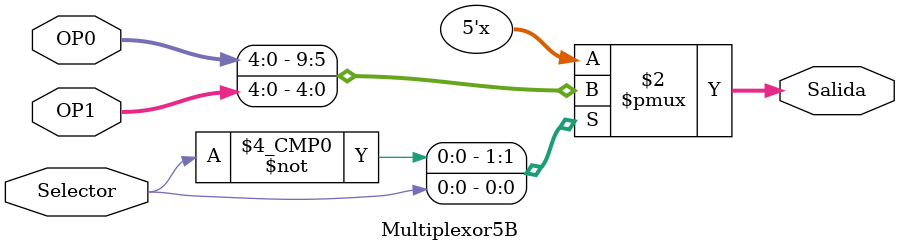
<source format=v>
`timescale 1ns/1ns

module Multiplexor5B(
    input [4:0]OP0,
    input [4:0]OP1,
    input Selector,
    output reg[4:0]Salida
);

always@*
begin
  case(Selector)
    1'b0:
    begin
      Salida <= OP0;
    end

    1'b1:
    begin
      Salida <= OP1;
    end
  endcase
end
endmodule


</source>
